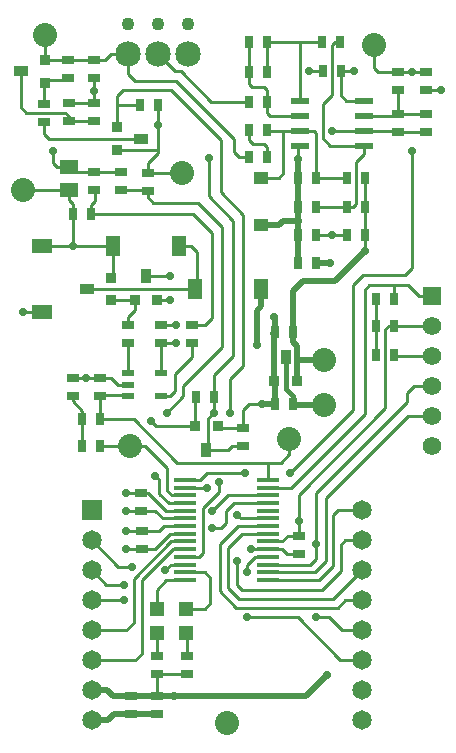
<source format=gtl>
G04 Layer_Physical_Order=1*
G04 Layer_Color=255*
%FSLAX25Y25*%
%MOIN*%
G70*
G01*
G75*
%ADD10R,0.03600X0.05000*%
%ADD11R,0.03600X0.03600*%
%ADD12R,0.03000X0.04000*%
%ADD13R,0.04000X0.03000*%
%ADD14R,0.04921X0.03937*%
%ADD15R,0.05118X0.06929*%
%ADD16R,0.06929X0.05118*%
%ADD17R,0.03600X0.03600*%
%ADD18R,0.05000X0.03600*%
%ADD19R,0.06102X0.02362*%
%ADD20R,0.07284X0.01772*%
%ADD21R,0.04724X0.04724*%
%ADD22R,0.04331X0.02362*%
%ADD23R,0.05906X0.05118*%
%ADD24C,0.01000*%
%ADD25C,0.02000*%
%ADD26C,0.01600*%
%ADD27C,0.08500*%
%ADD28C,0.04331*%
%ADD29C,0.08000*%
%ADD30C,0.06200*%
%ADD31R,0.06200X0.06200*%
%ADD32C,0.06500*%
%ADD33R,0.06500X0.06500*%
%ADD34C,0.02800*%
D10*
X-6850Y104992D02*
D03*
X-26800Y162883D02*
D03*
X19700Y136073D02*
D03*
D11*
X-10550Y112992D02*
D03*
X-3050D02*
D03*
X-23100Y154883D02*
D03*
X-30600D02*
D03*
X23400Y128073D02*
D03*
X15900D02*
D03*
D12*
X-4373Y122675D02*
D03*
X-10373D02*
D03*
X49885Y136660D02*
D03*
X55885D02*
D03*
X22000Y120340D02*
D03*
X16000D02*
D03*
X21958Y144340D02*
D03*
X15958D02*
D03*
X37958Y231340D02*
D03*
X31958D02*
D03*
X7585Y202660D02*
D03*
X13585D02*
D03*
X7542Y241160D02*
D03*
X13543D02*
D03*
X31892D02*
D03*
X37892D02*
D03*
X55885Y146460D02*
D03*
X49885D02*
D03*
X55885Y155400D02*
D03*
X49885D02*
D03*
X13457Y221160D02*
D03*
X7457D02*
D03*
X13500Y211660D02*
D03*
X7500D02*
D03*
X29802Y195660D02*
D03*
X23802D02*
D03*
X46042D02*
D03*
X40042D02*
D03*
X7457Y231180D02*
D03*
X13457D02*
D03*
X46042Y186160D02*
D03*
X40042D02*
D03*
X29802D02*
D03*
X23802D02*
D03*
X46085Y176820D02*
D03*
X40085D02*
D03*
X29802Y176660D02*
D03*
X23802D02*
D03*
X29760Y167340D02*
D03*
X23760D02*
D03*
X-48352Y106431D02*
D03*
X-42352D02*
D03*
X-42107Y115251D02*
D03*
X-48107D02*
D03*
X-45304Y183660D02*
D03*
X-51304D02*
D03*
X-23020Y220160D02*
D03*
X-29021D02*
D03*
D13*
X5340Y106342D02*
D03*
Y112342D02*
D03*
X-32000Y23000D02*
D03*
Y17000D02*
D03*
X-23340Y23000D02*
D03*
Y17000D02*
D03*
X-28506Y84845D02*
D03*
Y90845D02*
D03*
X-28304Y78000D02*
D03*
Y72000D02*
D03*
X24000Y70500D02*
D03*
Y76500D02*
D03*
X66340Y211000D02*
D03*
Y217000D02*
D03*
Y225043D02*
D03*
Y231043D02*
D03*
X-21988Y140850D02*
D03*
Y146850D02*
D03*
X-51310Y123176D02*
D03*
Y129175D02*
D03*
X-42309Y123133D02*
D03*
Y129133D02*
D03*
X-44160Y191542D02*
D03*
Y197543D02*
D03*
X-13340Y30457D02*
D03*
Y36457D02*
D03*
X-23340Y30457D02*
D03*
Y36457D02*
D03*
X57160Y210958D02*
D03*
Y216957D02*
D03*
Y224957D02*
D03*
Y230958D02*
D03*
X-11524Y146745D02*
D03*
Y140745D02*
D03*
X-33000Y146850D02*
D03*
Y140850D02*
D03*
X-35160Y197543D02*
D03*
Y191542D02*
D03*
X-26340Y191457D02*
D03*
Y197458D02*
D03*
X-52660Y220543D02*
D03*
Y214543D02*
D03*
X-44160Y220543D02*
D03*
Y214543D02*
D03*
X-44340Y228958D02*
D03*
Y234958D02*
D03*
X-52840Y228958D02*
D03*
Y234958D02*
D03*
X-60797Y214458D02*
D03*
Y220458D02*
D03*
D14*
X11445Y179921D02*
D03*
Y195669D02*
D03*
D15*
X-37945Y173000D02*
D03*
X-16055D02*
D03*
X-10445Y158700D02*
D03*
X11445D02*
D03*
D16*
X-61500Y172945D02*
D03*
Y151055D02*
D03*
D17*
X-60483Y234900D02*
D03*
Y227400D02*
D03*
X-36517Y205100D02*
D03*
Y212600D02*
D03*
X-38483Y162400D02*
D03*
Y154900D02*
D03*
D18*
X-68483Y231200D02*
D03*
X-28517Y208800D02*
D03*
X-46483Y158700D02*
D03*
D19*
X45630Y221500D02*
D03*
Y216500D02*
D03*
Y211500D02*
D03*
Y206500D02*
D03*
X24370D02*
D03*
Y211500D02*
D03*
Y216500D02*
D03*
Y221500D02*
D03*
D20*
X13712Y94996D02*
D03*
Y92437D02*
D03*
Y89878D02*
D03*
Y87319D02*
D03*
Y84760D02*
D03*
Y82201D02*
D03*
Y79642D02*
D03*
Y77083D02*
D03*
Y74524D02*
D03*
Y71965D02*
D03*
Y69406D02*
D03*
Y66847D02*
D03*
Y64287D02*
D03*
Y61728D02*
D03*
X-13847D02*
D03*
Y64287D02*
D03*
Y66847D02*
D03*
Y69406D02*
D03*
Y71965D02*
D03*
Y74524D02*
D03*
Y77083D02*
D03*
Y79642D02*
D03*
Y82201D02*
D03*
Y84760D02*
D03*
Y87319D02*
D03*
Y89878D02*
D03*
Y92437D02*
D03*
Y94996D02*
D03*
D21*
X-23340Y52134D02*
D03*
Y43866D02*
D03*
X-13500D02*
D03*
Y52134D02*
D03*
D22*
X-22025Y123052D02*
D03*
X-33049Y126792D02*
D03*
X-22025Y130532D02*
D03*
X-33049Y123052D02*
D03*
Y130532D02*
D03*
D23*
X-52480Y191760D02*
D03*
Y199240D02*
D03*
D24*
X7457Y120340D02*
X11811D01*
X5340Y118223D02*
X7457Y120340D01*
X5340Y112342D02*
Y118223D01*
X-6350Y105492D02*
X-5976Y105118D01*
X394D01*
X1617Y106342D01*
X5340D01*
X-3050Y112992D02*
X-2399Y112342D01*
X5340D01*
X-4231Y117323D02*
Y130021D01*
X-4440Y117323D02*
X-4231D01*
X-6350Y115413D02*
X-4440Y117323D01*
X-6350Y105492D02*
Y115413D01*
X-6850Y104992D02*
X-6350Y105492D01*
X-10767Y122675D02*
X-10550Y122457D01*
Y112992D02*
Y122457D01*
X-23622Y112992D02*
X-10550D01*
X-25197Y114567D02*
X-23622Y112992D01*
X-394Y84646D02*
X2279Y87319D01*
X-394Y80709D02*
Y84646D01*
X-2002Y79100D02*
X-394Y80709D01*
X-4858Y79100D02*
X-2002D01*
X-4858Y84646D02*
X375Y89878D01*
X-7874Y85827D02*
X-2600Y91101D01*
X-7874Y70701D02*
Y85827D01*
X-9169Y69406D02*
X-7874Y70701D01*
X-2600Y91101D02*
Y94488D01*
X2279Y87319D02*
X13712D01*
X3543Y83465D02*
X4807Y82201D01*
X-36142Y66142D02*
X-31496D01*
X-45000Y75000D02*
X-36142Y66142D01*
X-40173Y60173D02*
X-34252D01*
X-45000Y65000D02*
X-40173Y60173D01*
X-45000Y55000D02*
X-34252D01*
X-31000Y47500D02*
Y62000D01*
X-33500Y78043D02*
X-22457D01*
X5500Y133059D02*
Y183500D01*
X1181Y128740D02*
X5500Y133059D01*
X1181Y117500D02*
Y128740D01*
X-4231Y130021D02*
X2000Y136252D01*
X3658Y79642D02*
X13712D01*
X-2362Y73622D02*
X3658Y79642D01*
X-2362Y57874D02*
Y73622D01*
X5035Y77083D02*
X13712D01*
X394Y72441D02*
X5035Y77083D01*
X394Y59055D02*
Y72441D01*
X38532Y45000D02*
X45000D01*
X34032Y49500D02*
X38532Y45000D01*
X29802Y49500D02*
X34032D01*
X37835Y35000D02*
X45000D01*
X23622Y49213D02*
X37835Y35000D01*
X6693Y49213D02*
X23622D01*
X3012Y52500D02*
X37000D01*
X-2362Y57874D02*
X3012Y52500D01*
X3949Y55500D02*
X35500D01*
X394Y59055D02*
X3949Y55500D01*
X29802Y73622D02*
Y90802D01*
Y68760D02*
Y73622D01*
X37958Y73415D02*
X39542Y75000D01*
X37958Y64745D02*
Y73415D01*
X31713Y58500D02*
X37958Y64745D01*
X35500Y83260D02*
X37240Y85000D01*
X35500Y66500D02*
Y83260D01*
X30728Y61728D02*
X35500Y66500D01*
X33071Y89071D02*
X60500Y116500D01*
X33071Y68071D02*
Y89071D01*
X29287Y64287D02*
X33071Y68071D01*
X29802Y90802D02*
X60000Y121000D01*
X27889Y66847D02*
X29802Y68760D01*
X4807Y82201D02*
X13712D01*
X3543Y60173D02*
Y68110D01*
Y60173D02*
X5217Y58500D01*
X6693Y64330D02*
Y66535D01*
X9563Y69406D01*
X13712D01*
X5217Y58500D02*
X31713D01*
X-33500Y90802D02*
X-26302D01*
X2000Y136252D02*
Y181500D01*
X-11524Y136121D02*
Y140745D01*
X-17301Y130345D02*
X-11524Y136121D01*
X-17301Y124521D02*
Y130345D01*
X-1500Y139445D02*
Y179500D01*
X-14567Y126378D02*
X-1500Y139445D01*
X-14567Y122933D02*
Y126378D01*
X-20000Y117500D02*
X-14567Y122933D01*
X-11524Y146745D02*
X-7192D01*
X-5000Y148937D01*
X-38483Y154900D02*
X-30600D01*
X-38500D02*
X-38483D01*
X-30709Y154774D02*
X-30600Y154883D01*
X-30709Y151575D02*
Y154774D01*
X-33000Y149284D02*
X-30709Y151575D01*
X-33000Y146850D02*
Y149284D01*
X-36241Y126792D02*
X-33049D01*
X-38582Y129133D02*
X-36241Y126792D01*
X-42309Y129133D02*
X-38582D01*
X-18754Y123068D02*
X-17301Y124521D01*
X-5000Y148937D02*
Y177500D01*
X13780Y100787D02*
X18110D01*
X-16535D02*
X13780D01*
X13712Y100720D02*
X13780Y100787D01*
X13712Y94996D02*
Y100720D01*
X20866Y103543D02*
Y108661D01*
X18110Y100787D02*
X20866Y103543D01*
X-20020Y91500D02*
Y99154D01*
X-27165Y106299D02*
X-20020Y99154D01*
X-32283Y106299D02*
X-27165D01*
X-30999Y115251D02*
X-16535Y100787D01*
X-42107Y115251D02*
X-30999D01*
X-32415Y106431D02*
X-32283Y106299D01*
X-42352Y106431D02*
X-32415D01*
X-42134Y122958D02*
X-41863Y123228D01*
X-42309Y123133D02*
X-42134Y122958D01*
X-41863Y123228D02*
X-33049D01*
X-42134Y122958D02*
X-42107Y122931D01*
Y115251D02*
Y122931D01*
X18898Y211500D02*
X24370D01*
X13660D02*
X18898D01*
Y197244D02*
Y211500D01*
X17323Y195669D02*
X18898Y197244D01*
X11445Y195669D02*
X17323D01*
X13585Y202660D02*
Y205906D01*
X12404Y207087D02*
X13585Y205906D01*
X8661Y207087D02*
X12404D01*
X7500Y208248D02*
X8661Y207087D01*
X7500Y208248D02*
Y211660D01*
X3937Y202660D02*
X7585D01*
X2362Y204235D02*
X3937Y202660D01*
X2362Y204235D02*
Y208798D01*
X-23340Y52134D02*
Y58500D01*
X-20112Y61728D01*
X-13847D01*
X-13340Y36457D02*
Y43866D01*
X-23340Y36457D02*
Y43866D01*
X-28304Y37154D02*
Y61696D01*
X-30457Y35000D02*
X-28304Y37154D01*
X-45000Y35000D02*
X-30457D01*
X-33500Y45000D02*
X-31000Y47500D01*
X-45000Y45000D02*
X-33500D01*
X-31000Y62000D02*
X-18476Y74524D01*
X-28304Y61696D02*
X-18035Y71965D01*
X-23340Y23000D02*
Y30457D01*
X-13340D01*
X-7308Y64287D02*
X-5500Y62480D01*
X-13847Y64287D02*
X-7308D01*
X24160Y76458D02*
Y81500D01*
X8000Y71965D02*
X13712D01*
X-20260Y84760D02*
X-13847D01*
X-26302Y90802D02*
X-20260Y84760D01*
X-18476Y74524D02*
X-13847D01*
X375Y89878D02*
X13712D01*
X-20500Y65000D02*
X-18654Y66847D01*
X-13847D01*
X-18035Y71965D02*
X-13847D01*
Y69406D02*
X-9169D01*
X-32160Y23043D02*
X-31823Y23380D01*
X39500Y55000D02*
X45000D01*
X37000Y52500D02*
X39500Y55000D01*
X35500Y55500D02*
X45000Y65000D01*
X39542Y75000D02*
X45000D01*
X37240Y85000D02*
X45000D01*
X13712Y64287D02*
X29287D01*
X13712Y66847D02*
X27889D01*
X13712Y61728D02*
X30728D01*
X20480Y76500D02*
X22772D01*
X18503Y74524D02*
X20480Y76500D01*
X-26800Y162900D02*
X-19020D01*
X-37945Y162955D02*
Y173000D01*
X-51304D02*
X-37945D01*
X-44000Y188000D02*
Y191500D01*
X-45304Y186696D02*
X-44000Y188000D01*
X-45304Y183660D02*
Y186696D01*
X-52640Y188500D02*
Y191542D01*
Y188500D02*
X-51304Y187164D01*
Y183660D02*
Y187164D01*
X-26425Y191542D02*
X-26340Y191457D01*
X-35160Y191542D02*
X-26425D01*
X-26340Y197458D02*
Y200660D01*
X-23020Y203979D01*
X-44340Y224840D02*
Y228958D01*
Y220723D02*
Y224840D01*
X-52640Y197543D02*
X-35160D01*
X-23020Y203979D02*
Y220160D01*
X-36500Y205100D02*
X-23000D01*
X-36500Y220160D02*
X-29021D01*
X-36500Y212600D02*
Y223000D01*
X-60797Y210500D02*
Y214458D01*
Y210500D02*
X-59097Y208800D01*
X-28500D01*
X-60500Y234900D02*
X-40600D01*
X-60500D02*
Y243500D01*
X-40600Y234900D02*
X-38500Y237000D01*
X-33000D01*
X-52660Y214543D02*
Y216320D01*
X-53798Y217458D02*
X-52660Y216320D01*
X-66765Y217458D02*
X-53798D01*
X-68500Y219193D02*
X-66765Y217458D01*
X-68500Y219193D02*
Y231200D01*
X-52660Y214543D02*
X-44160D01*
X-60500Y227400D02*
X-59400Y228500D01*
X-53298D01*
X-52840Y228958D01*
X-60797Y227103D02*
X-60500Y227400D01*
X-60797Y220458D02*
Y227103D01*
X-52660Y220543D02*
X-52480Y220723D01*
X-44340D01*
X55843Y136500D02*
X68441D01*
X68362Y156421D02*
X68441Y156500D01*
X49843Y145693D02*
Y155240D01*
Y136500D02*
Y145693D01*
X46000Y158390D02*
X47575Y159965D01*
X60567D02*
X64110Y156421D01*
X68362D01*
X55843Y155240D02*
Y159965D01*
X47575D02*
X55843D01*
X60567D01*
X-14020Y76910D02*
X-13847Y77083D01*
Y82201D02*
X-13674Y82374D01*
X55925Y146500D02*
X68441D01*
X29802Y195660D02*
X40042D01*
X29802D02*
Y210698D01*
X29000Y211500D02*
X29802Y210698D01*
X24370Y211500D02*
X29000D01*
X29802Y186160D02*
X40042D01*
X42160D01*
X43042Y187042D01*
Y198281D01*
X43000Y198324D02*
X43042Y198281D01*
X43000Y198324D02*
Y201000D01*
X45630Y203630D01*
Y206500D01*
X35000Y211500D02*
X45630D01*
X29802Y176660D02*
X35000D01*
X39925D01*
X57202Y211000D02*
X66340D01*
X45630Y211500D02*
X56617D01*
X45630Y216500D02*
X56702D01*
X57202Y217000D02*
X66340D01*
X57202D02*
Y224915D01*
X57160Y224957D02*
X57202Y224915D01*
X66340Y225043D02*
X71372D01*
X27542Y231340D02*
X31958D01*
X37958Y223468D02*
Y231340D01*
Y223468D02*
X39925Y221500D01*
X45630D01*
X37958Y231340D02*
X42500D01*
X24370Y221500D02*
Y241160D01*
X13543D02*
X32000D01*
X34958Y239957D02*
X36160Y241160D01*
X34958Y223458D02*
Y239957D01*
X36160Y241160D02*
X37892D01*
X37942D01*
X32000Y220500D02*
X34958Y223458D01*
X32000Y209000D02*
Y220500D01*
Y209000D02*
X34500Y206500D01*
X45630D01*
X13712Y71965D02*
X18515D01*
X20022Y70458D01*
X24160D01*
X13712Y74524D02*
X18503D01*
X-20020Y91500D02*
X-18398Y89878D01*
X-13847D01*
X-19339Y87319D02*
X-13847D01*
X-22521Y90500D02*
X-19339Y87319D01*
X-22521Y90500D02*
Y95218D01*
X-18746Y77083D02*
X-13847D01*
X-23864Y71965D02*
X-18746Y77083D01*
X-33500Y71965D02*
X-23864D01*
X-33500Y84802D02*
X-23802D01*
X-21201Y82201D01*
X-13847D01*
X-22457Y78043D02*
X-20858Y79642D01*
X-13847D01*
X23802Y202000D02*
Y206500D01*
X14457Y216500D02*
X24370D01*
X13457Y217500D02*
X14457Y216500D01*
X13457Y217500D02*
Y221160D01*
Y225043D01*
X12500Y226000D02*
X13457Y225043D01*
X8457Y226000D02*
X12500D01*
X7457Y227000D02*
X8457Y226000D01*
X7457Y227000D02*
Y231180D01*
Y241075D01*
X7542Y241160D01*
X13457Y231180D02*
Y241075D01*
X13543Y241160D01*
X46085Y171500D02*
Y176820D01*
Y195617D01*
X49000Y232457D02*
Y240000D01*
Y232457D02*
X50500Y230958D01*
X57160D01*
X61708D01*
X66255D01*
X-12055Y173000D02*
X-10060Y171005D01*
X-16055Y173000D02*
X-12055D01*
X-10060Y158445D02*
Y158700D01*
Y171005D01*
X-46500Y158700D02*
X-10060D01*
X-61445Y173000D02*
X-51304D01*
X-61500Y172945D02*
X-61445Y173000D01*
X-51304D02*
Y183660D01*
X-67945Y151055D02*
X-61500D01*
X-26340Y197458D02*
X-15000D01*
X-67945Y191760D02*
X-52480D01*
X-32852Y130548D02*
Y140702D01*
X-45304Y183660D02*
X-11160D01*
X-5000Y177500D01*
X-26340Y189340D02*
Y191457D01*
Y189340D02*
X-24500Y187500D01*
X-9500D01*
X-1500Y179500D01*
X-13847Y92437D02*
X-6500D01*
X-13847Y94996D02*
X-9024D01*
X-6521Y97500D01*
X6000D01*
X-21828Y130548D02*
Y140691D01*
X-21988Y140850D02*
X-21828Y140691D01*
X-21988Y140850D02*
X-16840D01*
X-21988Y146850D02*
X-16840D01*
X-21828Y123068D02*
X-18754D01*
X-23000Y155000D02*
X-19000D01*
X-51310Y129175D02*
X-51267Y129133D01*
X-42309D01*
X-48352Y106431D02*
Y115006D01*
X-48107Y115251D01*
Y118048D01*
X-51310Y121250D02*
X-48107Y118048D01*
X-51310Y121250D02*
Y123176D01*
X-23802Y96500D02*
X-22521Y95218D01*
X-6021Y189521D02*
X2000Y181500D01*
X-6021Y189521D02*
Y202500D01*
X-34585Y224915D02*
X-18415D01*
X-33000Y230500D02*
Y237000D01*
X-36500Y223000D02*
X-34585Y224915D01*
X-2000Y191000D02*
X5500Y183500D01*
X59500Y163500D02*
X61708Y165708D01*
Y204792D01*
X42000Y159958D02*
X45542Y163500D01*
X59500D01*
X21000Y97500D02*
X42000Y118500D01*
Y159958D01*
X-5160Y221160D02*
X7457D01*
X-2000Y191000D02*
Y208500D01*
X-18415Y224915D02*
X-2000Y208500D01*
X-33000Y230500D02*
X-30500Y228000D01*
X-16840D01*
X2362Y208798D01*
X-15250Y231250D02*
X-5160Y221160D01*
X-23000Y237000D02*
X-17250Y231250D01*
X-15250D01*
X53960Y146460D02*
X55885D01*
X52885Y145385D02*
X53960Y146460D01*
X13712Y92437D02*
X21437D01*
X46000Y117000D01*
Y158390D01*
X60500Y116500D02*
X68441D01*
X24160Y81500D02*
Y90160D01*
X52885Y118885D01*
Y145385D01*
X-58000Y200520D02*
Y204792D01*
Y200520D02*
X-56721Y199240D01*
X-52480D01*
X-13500Y52134D02*
X-7315D01*
X-5500Y53949D01*
Y62480D01*
X60000Y121000D02*
Y124173D01*
X62327Y126500D01*
X68441D01*
D25*
X11811Y120340D02*
X16000D01*
X18812Y181410D02*
X23802D01*
X17323Y179921D02*
X18812Y181410D01*
X11445Y179921D02*
X17323D01*
X23802Y181410D02*
Y186160D01*
Y176660D02*
Y181410D01*
X-17500Y23000D02*
X26500D01*
X-23340D02*
X-17500D01*
X26500D02*
X33500Y30000D01*
X23500Y128091D02*
Y135000D01*
Y139542D01*
Y135000D02*
X32500D01*
X22340Y120000D02*
X32500D01*
X-32160Y23043D02*
X-23383D01*
X23802Y186160D02*
Y195660D01*
X16000Y120340D02*
Y127991D01*
X15900Y128091D02*
X16000Y127991D01*
X23400Y128091D02*
X23500D01*
X21958Y141085D02*
X23500Y139542D01*
X21958Y141085D02*
Y144340D01*
X15900Y144283D02*
X15958Y144340D01*
X15448Y143831D02*
X15900Y144283D01*
Y128091D02*
Y144283D01*
X-45000Y15000D02*
X-39500D01*
X-37500Y17000D01*
X-23340D01*
X-45000Y25000D02*
X-39957D01*
X-38000Y23043D01*
X-23383D02*
X-23340Y23000D01*
X-38000Y23043D02*
X-32160D01*
X15958Y144340D02*
Y149443D01*
X23802Y195660D02*
Y202000D01*
Y167383D02*
Y176660D01*
X29760Y167340D02*
X34500D01*
X21958Y144340D02*
Y158155D01*
X25302Y161500D01*
X36085D01*
X46085Y171500D01*
X11445Y152930D02*
Y158700D01*
X10000Y151485D02*
X11445Y152930D01*
X10000Y140042D02*
Y151485D01*
D26*
X19700Y125258D02*
Y136091D01*
Y125258D02*
X22000Y122958D01*
Y120340D02*
Y122958D01*
D27*
X-13000Y237000D02*
D03*
X-23000D02*
D03*
X-33000D02*
D03*
D28*
Y247000D02*
D03*
X-23000D02*
D03*
X-13000D02*
D03*
D29*
X49000Y240000D02*
D03*
X-67945Y191760D02*
D03*
X-60500Y243500D02*
D03*
X-32283Y106299D02*
D03*
X20866Y108661D02*
D03*
X32500Y120000D02*
D03*
Y135000D02*
D03*
X-15000Y197458D02*
D03*
X0Y14000D02*
D03*
D30*
X68441Y146500D02*
D03*
Y106500D02*
D03*
Y116500D02*
D03*
Y126500D02*
D03*
Y136500D02*
D03*
D31*
Y156500D02*
D03*
D32*
X45000Y25000D02*
D03*
Y75000D02*
D03*
Y65000D02*
D03*
Y85000D02*
D03*
Y45000D02*
D03*
Y35000D02*
D03*
Y55000D02*
D03*
Y15000D02*
D03*
X-45000Y65000D02*
D03*
Y15000D02*
D03*
Y55000D02*
D03*
Y35000D02*
D03*
Y25000D02*
D03*
Y45000D02*
D03*
Y75000D02*
D03*
D33*
Y85000D02*
D03*
D34*
X11811Y120340D02*
D03*
X-4858Y84646D02*
D03*
X3543Y83465D02*
D03*
X-34252Y55000D02*
D03*
Y60173D02*
D03*
X29802Y49500D02*
D03*
X6693Y64330D02*
D03*
Y49213D02*
D03*
X29802Y73622D02*
D03*
X3543Y68110D02*
D03*
X-25197Y114567D02*
D03*
X23802Y181410D02*
D03*
X-17500Y23000D02*
D03*
X33500Y30000D02*
D03*
X-31496Y66142D02*
D03*
X24160Y81500D02*
D03*
X8000Y71965D02*
D03*
X-4858Y79100D02*
D03*
X-20500Y65000D02*
D03*
X-2600Y94488D02*
D03*
X-19020Y162900D02*
D03*
X-44340Y224840D02*
D03*
X-58000Y204792D02*
D03*
X35000Y176660D02*
D03*
Y211500D02*
D03*
X71372Y225043D02*
D03*
X27542Y231340D02*
D03*
X42500D02*
D03*
X15900Y149500D02*
D03*
X-33500Y71965D02*
D03*
Y78043D02*
D03*
Y90802D02*
D03*
Y84802D02*
D03*
X23802Y202000D02*
D03*
X34500Y167340D02*
D03*
X46085Y171500D02*
D03*
X-23000Y213500D02*
D03*
X61708Y230958D02*
D03*
Y204792D02*
D03*
X-67945Y151055D02*
D03*
X-51304Y173000D02*
D03*
X-19000Y155000D02*
D03*
X6000Y97500D02*
D03*
X21000D02*
D03*
X-6500Y92437D02*
D03*
X-16840Y140850D02*
D03*
Y146850D02*
D03*
X-46788Y129133D02*
D03*
X-23802Y96500D02*
D03*
X-20000Y117500D02*
D03*
X-4231Y117323D02*
D03*
X-6021Y202500D02*
D03*
X1181Y117500D02*
D03*
X10000Y140042D02*
D03*
M02*

</source>
